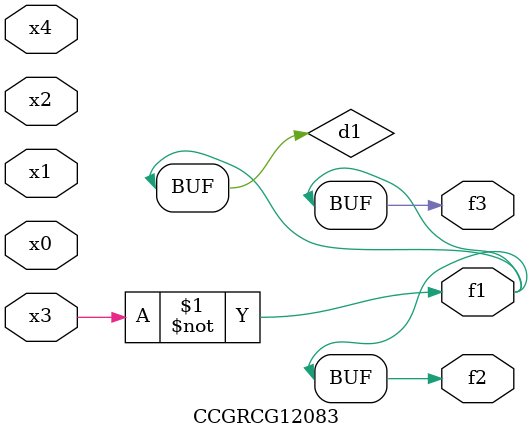
<source format=v>
module CCGRCG12083(
	input x0, x1, x2, x3, x4,
	output f1, f2, f3
);

	wire d1, d2;

	xnor (d1, x3);
	not (d2, x1);
	assign f1 = d1;
	assign f2 = d1;
	assign f3 = d1;
endmodule

</source>
